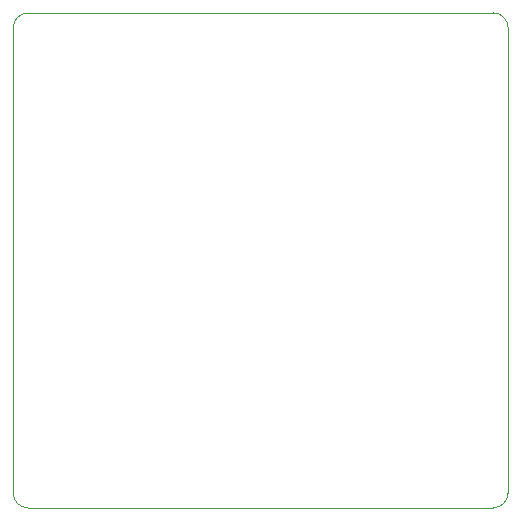
<source format=gm1>
%TF.GenerationSoftware,KiCad,Pcbnew,(6.0.4-0)*%
%TF.CreationDate,2022-03-28T13:42:25+08:00*%
%TF.ProjectId,Pragmatic,50726167-6d61-4746-9963-2e6b69636164,V3*%
%TF.SameCoordinates,Original*%
%TF.FileFunction,Profile,NP*%
%FSLAX46Y46*%
G04 Gerber Fmt 4.6, Leading zero omitted, Abs format (unit mm)*
G04 Created by KiCad (PCBNEW (6.0.4-0)) date 2022-03-28 13:42:25*
%MOMM*%
%LPD*%
G01*
G04 APERTURE LIST*
%TA.AperFunction,Profile*%
%ADD10C,0.120000*%
%TD*%
G04 APERTURE END LIST*
D10*
X159385000Y-86360000D02*
X120015000Y-86360000D01*
X118745000Y-85090000D02*
X118745000Y-45720000D01*
X160655000Y-45720000D02*
G75*
G03*
X159385000Y-44450000I-1270000J0D01*
G01*
X118745000Y-85090000D02*
G75*
G03*
X120015000Y-86360000I1270000J0D01*
G01*
X159385000Y-86360000D02*
G75*
G03*
X160655000Y-85090000I0J1270000D01*
G01*
X120015000Y-44450000D02*
G75*
G03*
X118745000Y-45720000I0J-1270000D01*
G01*
X120015000Y-44450000D02*
X159385000Y-44450000D01*
X160655000Y-45720000D02*
X160655000Y-85090000D01*
M02*

</source>
